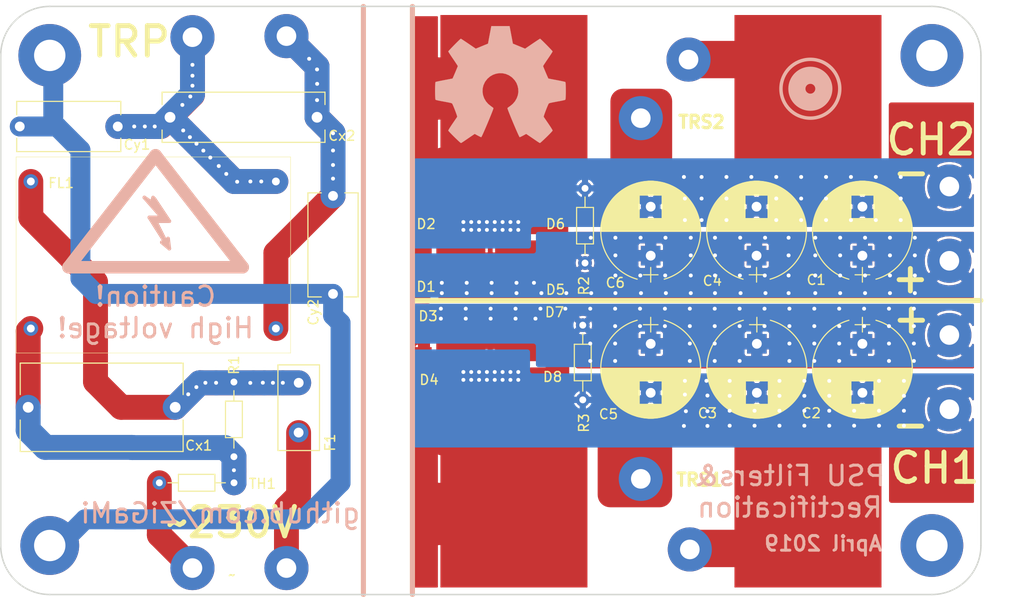
<source format=kicad_pcb>
(kicad_pcb (version 20171130) (host pcbnew "(5.1.2)-1")
  (layers (0 F.Cu signal) (31 B.Cu signal) (34 B.Paste user) (35 F.Paste user) (36 B.SilkS user) (37 F.SilkS user) (38 B.Mask user) (39 F.Mask user) (44 Edge.Cuts user))
  (net 0 "")
  (net 1 Earth)
  (net 2 /CH2+)
  (net 3 /CH2-)
  (net 4 /CH1+)
  (net 5 /CH1-)
  (net 6 "Net-(Cx1-Pad2)")
  (net 7 "Net-(Cx1-Pad1)")
  (net 8 "Net-(Cx2-Pad2)")
  (net 9 "Net-(Cx2-Pad1)")
  (net 10 "Net-(D1-Pad2)")
  (net 11 "Net-(D3-Pad2)")
  (net 12 "Net-(D5-Pad2)")
  (net 13 "Net-(D7-Pad2)")
  (net 14 /L)
  (net 15 "Net-(F2-Pad2)")
  (net 16 "Net-(F3-Pad2)")
  (net 17 /N)
  (module Symbols:Symbol_Highvoltage_Type2_CopperTop_Small (layer B.Cu) (at 75.8 92.8 180)
    (fp_text reference REF** hide)
    (fp_text value Symbol_Highvoltage_Type2_CopperTop_Small)
  )
  (module Wire_Pads:SolderWirePad_single_2mmDrill (layer F.Cu) (at 125.3 118.2)
    (fp_text reference REF** hide)
    (fp_text value SolderWirePad_single_2mmDrill)
    (pad 1 thru_hole circle (at 0 0) (size 4.50088 4.50088) (drill 1.99898) (layers *.Cu *.Mask) (net 13 "Net-(D7-Pad2)"))
  )
  (module Capacitors_THT:CP_Radial_D10.0mm_P5.00mm (layer F.Cu) (at 126.31 95.43 90)
    (fp_text reference C6 (at -2.77 -3.61 180) (layer F.SilkS))
    (fp_text value 100u)
    (pad 2 thru_hole circle (at 5 0 90) (size 2 2) (drill 1) (layers *.Cu *.Mask) (net 3 /CH2-))
    (pad 1 thru_hole rect (at 0 0 90) (size 2 2) (drill 1) (layers *.Cu *.Mask) (net 2 /CH2+))
  )
  (module Wire_Pads:SolderWirePad_single_2mmDrill (layer F.Cu) (at 65 125)
    (fp_text reference REF** hide)
    (fp_text value SolderWirePad_single_2mmDrill)
    (pad 1 thru_hole circle (at 0 0) (size 6 6) (drill 3.2) (layers *.Cu *.Mask) (net 1 Earth))
  )
  (module Resistors_THT:R_Axial_DIN0204_L3.6mm_D1.6mm_P7.62mm_Horizontal (layer F.Cu) (at 83.8 118.6 180)
    (fp_text reference TH1 (at -2.9 -0.1) (layer F.SilkS))
    (fp_text value Thermistor_NTC)
    (pad 1 thru_hole circle (at 0 0 180) (size 1.4 1.4) (drill 0.7) (layers *.Cu *.Mask) (net 6 "Net-(Cx1-Pad2)"))
    (pad 2 thru_hole oval (at 7.62 0 180) (size 1.4 1.4) (drill 0.7) (layers *.Cu *.Mask) (net 17 /N))
  )
  (module Symbols:OSHW-Symbol_13.4x12mm_SilkScreen (layer B.Cu) (at 111 78 180)
    (fp_text reference REF*** hide)
    (fp_text value OSHW-Symbol_13.4x12mm_SilkScreen hide)
  )
  (module LOGICchain:MyLogo (layer B.Cu) (at 142.6 78.4)
    (fp_text reference REF** hide)
    (fp_text value MyLogo hide)
  )
  (module Capacitors_THT:CP_Radial_D10.0mm_P5.00mm (layer F.Cu) (at 147.91 104.42 270)
    (fp_text reference C2 (at 7.08 5.21 180) (layer F.SilkS))
    (fp_text value 100u)
    (pad 1 thru_hole rect (at 0 0 270) (size 2 2) (drill 1) (layers *.Cu *.Mask) (net 4 /CH1+))
    (pad 2 thru_hole circle (at 5 0 270) (size 2 2) (drill 1) (layers *.Cu *.Mask) (net 5 /CH1-))
  )
  (module Wire_Pads:SolderWirePad_single_2mmDrill (layer F.Cu) (at 156.78 95.93 180)
    (fp_text reference REF** hide)
    (fp_text value SolderWirePad_single_2mmDrill)
    (pad 1 thru_hole circle (at 0 -0.021111 180) (size 4.50088 4.50088) (drill 1.99898) (layers *.Cu *.Mask) (net 2 /CH2+))
  )
  (module Wire_Pads:SolderWirePad_single_2mmDrill (layer F.Cu) (at 156.78 88.376667 180)
    (fp_text reference REF** hide)
    (fp_text value SolderWirePad_single_2mmDrill)
    (pad 1 thru_hole circle (at 0 0 180) (size 4.50088 4.50088) (drill 1.99898) (layers *.Cu *.Mask) (net 3 /CH2-))
  )
  (module Wire_Pads:SolderWirePad_single_2mmDrill (layer F.Cu) (at 156.78 111.1)
    (fp_text reference REF** hide)
    (fp_text value SolderWirePad_single_2mmDrill)
    (pad 1 thru_hole circle (at 0 0) (size 4.50088 4.50088) (drill 1.99898) (layers *.Cu *.Mask) (net 5 /CH1-))
  )
  (module Wire_Pads:SolderWirePad_single_2mmDrill (layer F.Cu) (at 156.78 103.546666)
    (fp_text reference REF** hide)
    (fp_text value SolderWirePad_single_2mmDrill)
    (pad 1 thru_hole circle (at 0 -0.021111) (size 4.50088 4.50088) (drill 1.99898) (layers *.Cu *.Mask) (net 4 /CH1+))
  )
  (module Wire_Pads:SolderWirePad_single_2mmDrill (layer F.Cu) (at 130.3 125.4)
    (fp_text reference REF** hide)
    (fp_text value SolderWirePad_single_2mmDrill)
    (pad 1 thru_hole circle (at 0 0) (size 4.50088 4.50088) (drill 1.99898) (layers *.Cu *.Mask) (net 16 "Net-(F3-Pad2)"))
  )
  (module Wire_Pads:SolderWirePad_single_2mmDrill (layer F.Cu) (at 130.17 75.424 180)
    (fp_text reference REF** hide)
    (fp_text value SolderWirePad_single_2mmDrill)
    (pad 1 thru_hole circle (at 0 0 180) (size 4.50088 4.50088) (drill 1.99898) (layers *.Cu *.Mask) (net 15 "Net-(F2-Pad2)"))
  )
  (module Wire_Pads:SolderWirePad_single_2mmDrill (layer F.Cu) (at 125.3 81.4 180)
    (fp_text reference REF** hide)
    (fp_text value SolderWirePad_single_2mmDrill)
    (pad 1 thru_hole circle (at 0 0 180) (size 4.50088 4.50088) (drill 1.99898) (layers *.Cu *.Mask) (net 12 "Net-(D5-Pad2)"))
  )
  (module Wire_Pads:SolderWirePad_single_2mmDrill (layer F.Cu) (at 89.15 73.03)
    (fp_text reference REF** hide)
    (fp_text value SolderWirePad_single_2mmDrill)
    (pad 1 thru_hole circle (at 0 0) (size 4.50088 4.50088) (drill 1.99898) (layers *.Cu *.Mask) (net 8 "Net-(Cx2-Pad2)"))
  )
  (module Wire_Pads:SolderWirePad_single_2mmDrill (layer F.Cu) (at 79.56 73.14)
    (fp_text reference REF** hide)
    (fp_text value SolderWirePad_single_2mmDrill)
    (pad 1 thru_hole circle (at 0 0) (size 4.50088 4.50088) (drill 1.99898) (layers *.Cu *.Mask) (net 9 "Net-(Cx2-Pad1)"))
  )
  (module Wire_Pads:SolderWirePad_single_2mmDrill (layer F.Cu) (at 79.56 127.3)
    (fp_text reference REF** hide)
    (fp_text value SolderWirePad_single_2mmDrill)
    (pad 1 thru_hole circle (at 0 0) (size 4.50088 4.50088) (drill 1.99898) (layers *.Cu *.Mask) (net 17 /N))
  )
  (module Wire_Pads:SolderWirePad_single_2mmDrill (layer F.Cu) (at 89.15 127.3)
    (fp_text reference REF** hide)
    (fp_text value SolderWirePad_single_2mmDrill)
    (pad 1 thru_hole circle (at 0 0) (size 4.50088 4.50088) (drill 1.99898) (layers *.Cu *.Mask) (net 14 /L))
  )
  (module Mounting_Holes:MountingHole_3.2mm_M3_Pad (layer F.Cu) (at 155 75)
    (fp_text reference J4 hide)
    (fp_text value Conn_01x01)
    (pad 1 thru_hole circle (at 0 0) (size 6.4 6.4) (drill 3.200001) (layers *.Cu *.Mask))
  )
  (module Mounting_Holes:MountingHole_3.2mm_M3_Pad (layer F.Cu) (at 155 125)
    (fp_text reference J5 hide)
    (fp_text value Conn_01x01)
    (pad 1 thru_hole circle (at 0 0) (size 6.4 6.4) (drill 3.200001) (layers *.Cu *.Mask))
  )
  (module Mounting_Holes:MountingHole_3.2mm_M3_Pad (layer F.Cu) (at 65 75)
    (fp_text reference J6 hide)
    (fp_text value Conn_01x01)
    (pad 1 thru_hole circle (at 0 0) (size 6.4 6.4) (drill 3.2) (layers *.Cu *.Mask) (net 1 Earth))
  )
  (module Capacitors_THT:CP_Radial_D10.0mm_P5.00mm (layer F.Cu) (at 147.91 95.43 90)
    (fp_text reference C1 (at -2.47 -4.71 180) (layer F.SilkS))
    (fp_text value 100u)
    (pad 1 thru_hole rect (at 0 0 90) (size 2 2) (drill 1) (layers *.Cu *.Mask) (net 2 /CH2+))
    (pad 2 thru_hole circle (at 5 0 90) (size 2 2) (drill 1) (layers *.Cu *.Mask) (net 3 /CH2-))
  )
  (module Capacitors_THT:CP_Radial_D10.0mm_P5.00mm (layer F.Cu) (at 137.14 104.42 270)
    (fp_text reference C3 (at 7.08 5.04 180) (layer F.SilkS))
    (fp_text value 100u)
    (pad 2 thru_hole circle (at 5 0 270) (size 2 2) (drill 1) (layers *.Cu *.Mask) (net 5 /CH1-))
    (pad 1 thru_hole rect (at 0 0 270) (size 2 2) (drill 1) (layers *.Cu *.Mask) (net 4 /CH1+))
  )
  (module Capacitors_THT:CP_Radial_D10.0mm_P5.00mm (layer F.Cu) (at 137.11 95.43 90)
    (fp_text reference C4 (at -2.57 -4.51 180) (layer F.SilkS))
    (fp_text value 100u)
    (pad 2 thru_hole circle (at 5 0 90) (size 2 2) (drill 1) (layers *.Cu *.Mask) (net 3 /CH2-))
    (pad 1 thru_hole rect (at 0 0 90) (size 2 2) (drill 1) (layers *.Cu *.Mask) (net 2 /CH2+))
  )
  (module Capacitors_THT:CP_Radial_D10.0mm_P5.00mm (layer F.Cu) (at 126.31 104.42 270)
    (fp_text reference C5 (at 7.18 4.31 180) (layer F.SilkS))
    (fp_text value 100u)
    (pad 1 thru_hole rect (at 0 0 270) (size 2 2) (drill 1) (layers *.Cu *.Mask) (net 4 /CH1+))
    (pad 2 thru_hole circle (at 5 0 270) (size 2 2) (drill 1) (layers *.Cu *.Mask) (net 5 /CH1-))
  )
  (module Capacitors_THT:C_Rect_L16.5mm_W8.9mm_P15.00mm_MKT (layer F.Cu) (at 77.8 110.9 180)
    (fp_text reference Cx1 (at -2.4 -3.9) (layer F.SilkS))
    (fp_text value 470n)
    (pad 2 thru_hole circle (at 15 0 180) (size 2.2 2.2) (drill 1.1) (layers *.Cu *.Mask) (net 6 "Net-(Cx1-Pad2)"))
    (pad 1 thru_hole circle (at 0 0 180) (size 2.2 2.2) (drill 1.1) (layers *.Cu *.Mask) (net 7 "Net-(Cx1-Pad1)"))
  )
  (module Capacitors_THT:C_Rect_L16.5mm_W5.0mm_P15.00mm_MKT (layer F.Cu) (at 77.27 81.31)
    (fp_text reference Cx2 (at 17.53 1.89) (layer F.SilkS))
    (fp_text value 47n)
    (pad 2 thru_hole circle (at 15 0) (size 2.2 2.2) (drill 1.1) (layers *.Cu *.Mask) (net 8 "Net-(Cx2-Pad2)"))
    (pad 1 thru_hole circle (at 0 0) (size 2.2 2.2) (drill 1.1) (layers *.Cu *.Mask) (net 9 "Net-(Cx2-Pad1)"))
  )
  (module Capacitors_THT:C_Disc_D10.5mm_W5.0mm_P10.00mm (layer F.Cu) (at 71.94 82.25 180)
    (fp_text reference Cy1 (at -1.96 -1.85) (layer F.SilkS))
    (fp_text value 2n2)
    (pad 1 thru_hole circle (at 0 0 180) (size 2 2) (drill 1) (layers *.Cu *.Mask) (net 9 "Net-(Cx2-Pad1)"))
    (pad 2 thru_hole circle (at 10 0 180) (size 2 2) (drill 1) (layers *.Cu *.Mask) (net 1 Earth))
  )
  (module Capacitors_THT:C_Disc_D10.5mm_W5.0mm_P10.00mm (layer F.Cu) (at 93.9 99.33 90)
    (fp_text reference Cy2 (at -1.87 -2 90) (layer F.SilkS))
    (fp_text value 2n2)
    (pad 2 thru_hole circle (at 10 0 90) (size 2 2) (drill 1) (layers *.Cu *.Mask) (net 8 "Net-(Cx2-Pad2)"))
    (pad 1 thru_hole circle (at 0 0 90) (size 2 2) (drill 1) (layers *.Cu *.Mask) (net 1 Earth))
  )
  (module LOGICchain:SOT1289 (layer F.Cu) (at 103.27 96.741 90)
    (fp_text reference D1 (at -1.859 0.13) (layer F.SilkS))
    (fp_text value PMEG060V100)
    (pad 1 smd rect (at 1.065 3.67 90) (size 3.6 5) (layers F.Cu F.Paste F.Mask) (net 2 /CH2+))
    (pad 2 smd rect (at 2.13 0 90) (size 1.4 1.4) (layers F.Cu F.Paste F.Mask) (net 10 "Net-(D1-Pad2)"))
    (pad 2 smd rect (at 0 0 90) (size 1.4 1.4) (layers F.Cu F.Paste F.Mask) (net 10 "Net-(D1-Pad2)"))
  )
  (module LOGICchain:SOT1289 (layer F.Cu) (at 108.74 88.04 270)
    (fp_text reference D2 (at 4.16 5.34) (layer F.SilkS))
    (fp_text value PMEG060V100)
    (pad 1 smd rect (at 1.065 3.67 270) (size 3.6 5) (layers F.Cu F.Paste F.Mask) (net 10 "Net-(D1-Pad2)"))
    (pad 2 smd rect (at 2.13 0 270) (size 1.4 1.4) (layers F.Cu F.Paste F.Mask) (net 3 /CH2-))
    (pad 2 smd rect (at 0 0 270) (size 1.4 1.4) (layers F.Cu F.Paste F.Mask) (net 3 /CH2-))
  )
  (module LOGICchain:SOT1289 (layer F.Cu) (at 103.264 105.459 90)
    (fp_text reference D3 (at 3.859 0.336 180) (layer F.SilkS))
    (fp_text value PMEG060V100)
    (pad 1 smd rect (at 1.065 3.67 90) (size 3.6 5) (layers F.Cu F.Paste F.Mask) (net 4 /CH1+))
    (pad 2 smd rect (at 2.13 0 90) (size 1.4 1.4) (layers F.Cu F.Paste F.Mask) (net 11 "Net-(D3-Pad2)"))
    (pad 2 smd rect (at 0 0 90) (size 1.4 1.4) (layers F.Cu F.Paste F.Mask) (net 11 "Net-(D3-Pad2)"))
  )
  (module LOGICchain:SOT1289 (layer F.Cu) (at 108.734 109.9 270)
    (fp_text reference D4 (at -1.8 5.034 180) (layer F.SilkS))
    (fp_text value PMEG060V100)
    (pad 1 smd rect (at 1.065 3.67 270) (size 3.6 5) (layers F.Cu F.Paste F.Mask) (net 11 "Net-(D3-Pad2)"))
    (pad 2 smd rect (at 2.13 0 270) (size 1.4 1.4) (layers F.Cu F.Paste F.Mask) (net 5 /CH1-))
    (pad 2 smd rect (at 0 0 270) (size 1.4 1.4) (layers F.Cu F.Paste F.Mask) (net 5 /CH1-))
  )
  (module LOGICchain:SOT1289 (layer F.Cu) (at 116.608 94.611 270)
    (fp_text reference D5 (at 4.289 0.008 180) (layer F.SilkS))
    (fp_text value PMEG060V100)
    (pad 2 smd rect (at 0 0 270) (size 1.4 1.4) (layers F.Cu F.Paste F.Mask) (net 12 "Net-(D5-Pad2)"))
    (pad 2 smd rect (at 2.13 0 270) (size 1.4 1.4) (layers F.Cu F.Paste F.Mask) (net 12 "Net-(D5-Pad2)"))
    (pad 1 smd rect (at 1.065 3.67 270) (size 3.6 5) (layers F.Cu F.Paste F.Mask) (net 2 /CH2+))
  )
  (module LOGICchain:SOT1289 (layer F.Cu) (at 111.138 90.17 90)
    (fp_text reference D6 (at -2.03 5.462) (layer F.SilkS))
    (fp_text value PMEG060V100)
    (pad 2 smd rect (at 0 0 90) (size 1.4 1.4) (layers F.Cu F.Paste F.Mask) (net 3 /CH2-))
    (pad 2 smd rect (at 2.13 0 90) (size 1.4 1.4) (layers F.Cu F.Paste F.Mask) (net 3 /CH2-))
    (pad 1 smd rect (at 1.065 3.67 90) (size 3.6 5) (layers F.Cu F.Paste F.Mask) (net 12 "Net-(D5-Pad2)"))
  )
  (module LOGICchain:SOT1289 (layer F.Cu) (at 116.608 103.329 270)
    (fp_text reference D7 (at -2.129 0.108 180) (layer F.SilkS))
    (fp_text value PMEG060V100)
    (pad 2 smd rect (at 0 0 270) (size 1.4 1.4) (layers F.Cu F.Paste F.Mask) (net 13 "Net-(D7-Pad2)"))
    (pad 2 smd rect (at 2.13 0 270) (size 1.4 1.4) (layers F.Cu F.Paste F.Mask) (net 13 "Net-(D7-Pad2)"))
    (pad 1 smd rect (at 1.065 3.67 270) (size 3.6 5) (layers F.Cu F.Paste F.Mask) (net 4 /CH1+))
  )
  (module LOGICchain:SOT1289 (layer F.Cu) (at 111.138 112 90)
    (fp_text reference D8 (at 4.2 5.162 180) (layer F.SilkS))
    (fp_text value PMEG060V100)
    (pad 2 smd rect (at 0 0 90) (size 1.4 1.4) (layers F.Cu F.Paste F.Mask) (net 5 /CH1-))
    (pad 2 smd rect (at 2.13 0 90) (size 1.4 1.4) (layers F.Cu F.Paste F.Mask) (net 5 /CH1-))
    (pad 1 smd rect (at 1.065 3.67 90) (size 3.6 5) (layers F.Cu F.Paste F.Mask) (net 13 "Net-(D7-Pad2)"))
  )
  (module Fuse_Holders_and_Fuses:Fuse_TE5_Littlefuse-395Series (layer F.Cu) (at 90.4 108.4 270)
    (fp_text reference F1 (at 6.1 -3.2 90) (layer F.SilkS))
    (fp_text value 2A/230V)
    (pad 2 thru_hole circle (at 5.08 0.01 270) (size 2 2) (drill 1) (layers *.Cu *.Mask) (net 14 /L))
    (pad 1 thru_hole circle (at 0 0 270) (size 2 2) (drill 1) (layers *.Cu *.Mask) (net 7 "Net-(Cx1-Pad1)"))
  )
  (module LOGICchain:FuseHRC_10x38mm (layer F.Cu) (at 121.666 69.596)
    (fp_text reference F2 hide)
    (fp_text value 6A)
    (pad 1 smd rect (at -9.31 8.78) (size 15 15) (layers F.Cu F.Paste F.Mask) (net 10 "Net-(D1-Pad2)"))
    (pad 2 smd rect (at 20.69 8.78) (size 15 15) (layers F.Cu F.Paste F.Mask) (net 15 "Net-(F2-Pad2)"))
  )
  (module LOGICchain:FuseHRC_10x38mm (layer F.Cu) (at 121.666 113)
    (fp_text reference F3 hide)
    (fp_text value 6A)
    (pad 2 smd rect (at 20.69 8.78) (size 15 15) (layers F.Cu F.Paste F.Mask) (net 16 "Net-(F3-Pad2)"))
    (pad 1 smd rect (at -9.31 8.78) (size 15 15) (layers F.Cu F.Paste F.Mask) (net 11 "Net-(D3-Pad2)"))
  )
  (module LOGICchain:CCM_Compact (layer F.Cu) (at 66.57 86.36)
    (fp_text reference FL1 (at -0.41 1.66) (layer F.SilkS))
    (fp_text value EMI_Filter_CommonMode)
    (pad 1 thru_hole circle (at -3.5 1.5) (size 1.5 1.5) (drill 0.8) (layers *.Cu *.Mask) (net 7 "Net-(Cx1-Pad1)"))
    (pad 3 thru_hole circle (at -3.5 16.5) (size 1.5 1.5) (drill 0.8) (layers *.Cu *.Mask) (net 6 "Net-(Cx1-Pad2)"))
    (pad 4 thru_hole circle (at 21.5 16.5) (size 1.5 1.5) (drill 0.8) (layers *.Cu *.Mask) (net 8 "Net-(Cx2-Pad2)"))
    (pad 2 thru_hole circle (at 21.5 1.5) (size 1.5 1.5) (drill 0.8) (layers *.Cu *.Mask) (net 9 "Net-(Cx2-Pad1)"))
  )
  (module Resistors_THT:R_Axial_DIN0204_L3.6mm_D1.6mm_P7.62mm_Horizontal (layer F.Cu) (at 83.79 108.32 270)
    (fp_text reference R1 (at -1.72 -0.01 90) (layer F.SilkS))
    (fp_text value 1M)
    (pad 2 thru_hole oval (at 7.62 0 270) (size 1.4 1.4) (drill 0.7) (layers *.Cu *.Mask) (net 6 "Net-(Cx1-Pad2)"))
    (pad 1 thru_hole circle (at 0 0 270) (size 1.4 1.4) (drill 0.7) (layers *.Cu *.Mask) (net 7 "Net-(Cx1-Pad1)"))
  )
  (module Resistors_THT:R_Axial_DIN0204_L3.6mm_D1.6mm_P7.62mm_Horizontal (layer F.Cu) (at 119.61 96.18 90)
    (fp_text reference R2 (at -2.32 -0.11 90) (layer F.SilkS))
    (fp_text value 1M)
    (pad 1 thru_hole circle (at 0 0 90) (size 1.4 1.4) (drill 0.7) (layers *.Cu *.Mask) (net 2 /CH2+))
    (pad 2 thru_hole oval (at 7.62 0 90) (size 1.4 1.4) (drill 0.7) (layers *.Cu *.Mask) (net 3 /CH2-))
  )
  (module Resistors_THT:R_Axial_DIN0204_L3.6mm_D1.6mm_P7.62mm_Horizontal (layer F.Cu) (at 119.38 102.52 270)
    (fp_text reference R3 (at 9.98 -0.12 90) (layer F.SilkS))
    (fp_text value 1M)
    (pad 2 thru_hole oval (at 7.62 0 270) (size 1.4 1.4) (drill 0.7) (layers *.Cu *.Mask) (net 5 /CH1-))
    (pad 1 thru_hole circle (at 0 0 270) (size 1.4 1.4) (drill 0.7) (layers *.Cu *.Mask) (net 4 /CH1+))
  )
  (gr_text github.com/ZiGaMi (at 82.4 121.7) (layer B.SilkS) (effects (font (size 2 2) (thickness 0.3)) (justify mirror)))
  (gr_text "Caution!\nHigh voltage!" (at 75.8 101.2) (layer B.SilkS) (effects (font (size 2 2) (thickness 0.3)) (justify mirror)))
  (gr_text "April 2019" (at 143.9 124.8) (layer B.SilkS) (effects (font (size 1.5 1.5) (thickness 0.3)) (justify mirror)))
  (gr_text "PSU Filters&\nRectification" (at 140.5 119.5) (layer B.SilkS) (effects (font (size 2 2) (thickness 0.3)) (justify mirror)))
  (gr_line (start 97 70) (end 97 130) (layer B.SilkS) (width 0.508))
  (gr_line (start 97 70) (end 97 130) (layer F.SilkS) (width 0.508))
  (gr_text TRS1 (at 131.3 118.3) (layer F.SilkS) (effects (font (size 1.27 1.27) (thickness 0.3175))))
  (gr_text TRS2 (at 131.5 81.8) (layer F.SilkS) (effects (font (size 1.27 1.27) (thickness 0.3175))))
  (gr_text TRP (at 73.1 73.6) (layer F.SilkS) (effects (font (size 2.999999 2.999999) (thickness 0.5))))
  (gr_text ~~230V (at 83.61 122.65) (layer F.SilkS) (effects (font (size 3 3) (thickness 0.5))))
  (gr_text ~ (at 83.59 128) (layer F.SilkS) (effects (font (size 1 1))))
  (gr_text CH2 (at 154.9 83.6) (layer F.SilkS) (effects (font (size 3 3) (thickness 0.5))))
  (gr_text + (at 152.8 98.1 180) (layer F.SilkS) (effects (font (size 3 3) (thickness 0.5))))
  (gr_text - (at 152.9 87.3 180) (layer F.SilkS) (effects (font (size 3 3) (thickness 0.5))))
  (gr_text - (at 152.8 112.6) (layer F.SilkS) (effects (font (size 3 3) (thickness 0.5))))
  (gr_text + (at 152.9 101.8) (layer F.SilkS) (effects (font (size 3 3) (thickness 0.5))))
  (gr_text CH1 (at 155.3 117.1) (layer F.SilkS) (effects (font (size 3 3) (thickness 0.5))))
  (gr_line (start 102 100) (end 160 100) (layer F.SilkS) (width 0.508))
  (gr_line (start 102 130) (end 102 70) (layer B.SilkS) (width 0.508))
  (gr_line (start 102 130) (end 102 70) (layer F.SilkS) (width 0.508))
  (gr_line (start 160 125) (end 160 75) (layer Edge.Cuts) (width 0.15))
  (gr_line (start 65 130) (end 155 130) (layer Edge.Cuts) (width 0.15))
  (gr_line (start 60 75) (end 60 125) (layer Edge.Cuts) (width 0.15))
  (gr_line (start 155 70) (end 65 70) (layer Edge.Cuts) (width 0.15))
  (gr_arc (start 155 75) (end 160 75) (angle -90) (layer Edge.Cuts) (width 0.15))
  (gr_arc (start 155 125) (end 155 130) (angle -90) (layer Edge.Cuts) (width 0.15))
  (gr_arc (start 65 125) (end 60 125) (angle -90) (layer Edge.Cuts) (width 0.15))
  (gr_arc (start 65 75) (end 65 70) (angle -90) (layer Edge.Cuts) (width 0.15))
  (segment (start 68.6 122.33) (end 65.33 125.6) (width 2.032) (layer B.Cu) (net 1))
  (segment (start 73.59 122.33) (end 68.6 122.33) (width 2.032) (layer B.Cu) (net 1))
  (segment (start 65.36 76.13) (end 65.36 81.24) (width 2.032) (layer B.Cu) (net 1))
  (segment (start 61.94 82.25) (end 65.73 82.25) (width 2.032) (layer B.Cu) (net 1))
  (segment (start 65.73 82.25) (end 68.13 84.65) (width 2.032) (layer B.Cu) (net 1))
  (segment (start 68.13 84.65) (end 68.13 97.75) (width 2.032) (layer B.Cu) (net 1))
  (segment (start 69.71 99.33) (end 93.9 99.33) (width 2.032) (layer B.Cu) (net 1))
  (segment (start 68.13 97.75) (end 69.71 99.33) (width 2.032) (layer B.Cu) (net 1))
  (segment (start 90.94 122.33) (end 71.74 122.33) (width 2.032) (layer B.Cu) (net 1))
  (segment (start 94.67 118.6) (end 90.94 122.33) (width 2.032) (layer B.Cu) (net 1))
  (segment (start 94.67 102.3) (end 94.67 118.6) (width 2.032) (layer B.Cu) (net 1))
  (segment (start 93.91 101.54) (end 94.67 102.3) (width 2.032) (layer B.Cu) (net 1))
  (segment (start 93.9 99.33) (end 93.91 99.34) (width 2.032) (layer B.Cu) (net 1))
  (segment (start 93.91 99.34) (end 93.91 101.54) (width 2.032) (layer B.Cu) (net 1))
  (via (at 105 99.25) (size 0.8) (drill 0.4) (layers F.Cu B.Cu) (net 2))
  (via (at 107.54 99.25) (size 0.8) (drill 0.4) (layers F.Cu B.Cu) (net 2))
  (via (at 110.08 99.25) (size 0.8) (drill 0.4) (layers F.Cu B.Cu) (net 2))
  (via (at 112.62 99.25) (size 0.8) (drill 0.4) (layers F.Cu B.Cu) (net 2))
  (via (at 115.16 99.25) (size 0.8) (drill 0.4) (layers F.Cu B.Cu) (net 2))
  (via (at 117.7 99.25) (size 0.8) (drill 0.4) (layers F.Cu B.Cu) (net 2))
  (via (at 120.24 99.25) (size 0.8) (drill 0.4) (layers F.Cu B.Cu) (net 2))
  (via (at 122.71 99.25) (size 0.8) (drill 0.4) (layers F.Cu B.Cu) (net 2))
  (via (at 125.32 99.25) (size 0.8) (drill 0.4) (layers F.Cu B.Cu) (net 2))
  (via (at 127.86 99.25) (size 0.8) (drill 0.4) (layers F.Cu B.Cu) (net 2))
  (via (at 130.4 99.25) (size 0.8) (drill 0.4) (layers F.Cu B.Cu) (net 2))
  (via (at 132.87 99.25) (size 0.8) (drill 0.4) (layers F.Cu B.Cu) (net 2))
  (via (at 135.48 99.25) (size 0.8) (drill 0.4) (layers F.Cu B.Cu) (net 2))
  (via (at 138.02 99.25) (size 0.8) (drill 0.4) (layers F.Cu B.Cu) (net 2))
  (via (at 140.38 99.25) (size 0.8) (drill 0.4) (layers F.Cu B.Cu) (net 2))
  (via (at 143.1 99.25) (size 0.8) (drill 0.4) (layers F.Cu B.Cu) (net 2))
  (via (at 145.64 99.25) (size 0.8) (drill 0.4) (layers F.Cu B.Cu) (net 2))
  (via (at 148.18 99.25) (size 0.8) (drill 0.4) (layers F.Cu B.Cu) (net 2))
  (via (at 150.72 99.25) (size 0.8) (drill 0.4) (layers F.Cu B.Cu) (net 2))
  (via (at 153.26 99.25) (size 0.8) (drill 0.4) (layers F.Cu B.Cu) (net 2))
  (via (at 122.71 97.45) (size 0.8) (drill 0.4) (layers F.Cu B.Cu) (net 2))
  (via (at 125.25 97.45) (size 0.8) (drill 0.4) (layers F.Cu B.Cu) (net 2))
  (via (at 127.79 97.45) (size 0.8) (drill 0.4) (layers F.Cu B.Cu) (net 2))
  (via (at 130.4 97.45) (size 0.8) (drill 0.4) (layers F.Cu B.Cu) (net 2))
  (via (at 132.87 97.45) (size 0.8) (drill 0.4) (layers F.Cu B.Cu) (net 2))
  (via (at 135.41 97.45) (size 0.8) (drill 0.4) (layers F.Cu B.Cu) (net 2))
  (via (at 137.95 97.45) (size 0.8) (drill 0.4) (layers F.Cu B.Cu) (net 2))
  (via (at 140.38 97.45) (size 0.8) (drill 0.4) (layers F.Cu B.Cu) (net 2))
  (via (at 143.1 97.45) (size 0.8) (drill 0.4) (layers F.Cu B.Cu) (net 2))
  (via (at 145.64 97.45) (size 0.8) (drill 0.4) (layers F.Cu B.Cu) (net 2))
  (via (at 148.18 97.45) (size 0.8) (drill 0.4) (layers F.Cu B.Cu) (net 2))
  (via (at 150.72 97.45) (size 0.8) (drill 0.4) (layers F.Cu B.Cu) (net 2))
  (via (at 153.26 97.45) (size 0.8) (drill 0.4) (layers F.Cu B.Cu) (net 2))
  (via (at 120.2 93.6) (size 0.8) (drill 0.4) (layers F.Cu B.Cu) (net 2))
  (via (at 122.71 93.6) (size 0.8) (drill 0.4) (layers F.Cu B.Cu) (net 2))
  (via (at 125.28 93.6) (size 0.8) (drill 0.4) (layers F.Cu B.Cu) (net 2))
  (via (at 127.82 93.6) (size 0.8) (drill 0.4) (layers F.Cu B.Cu) (net 2))
  (via (at 130.4 93.6) (size 0.8) (drill 0.4) (layers F.Cu B.Cu) (net 2))
  (via (at 132.87 93.6) (size 0.8) (drill 0.4) (layers F.Cu B.Cu) (net 2))
  (via (at 135.44 93.6) (size 0.8) (drill 0.4) (layers F.Cu B.Cu) (net 2))
  (via (at 137.98 93.6) (size 0.8) (drill 0.4) (layers F.Cu B.Cu) (net 2))
  (via (at 140.38 93.6) (size 0.8) (drill 0.4) (layers F.Cu B.Cu) (net 2))
  (via (at 143.1 93.6) (size 0.8) (drill 0.4) (layers F.Cu B.Cu) (net 2))
  (via (at 145.64 93.6) (size 0.8) (drill 0.4) (layers F.Cu B.Cu) (net 2))
  (via (at 148.18 93.6) (size 0.8) (drill 0.4) (layers F.Cu B.Cu) (net 2))
  (via (at 150.72 93.6) (size 0.8) (drill 0.4) (layers F.Cu B.Cu) (net 2))
  (via (at 153.26 93.6) (size 0.8) (drill 0.4) (layers F.Cu B.Cu) (net 2))
  (via (at 122.71 95.4) (size 0.8) (drill 0.4) (layers F.Cu B.Cu) (net 2))
  (via (at 130.4 95.4) (size 0.8) (drill 0.4) (layers F.Cu B.Cu) (net 2))
  (via (at 132.87 95.4) (size 0.8) (drill 0.4) (layers F.Cu B.Cu) (net 2))
  (via (at 140.38 95.4) (size 0.8) (drill 0.4) (layers F.Cu B.Cu) (net 2))
  (via (at 143.1 95.4) (size 0.8) (drill 0.4) (layers F.Cu B.Cu) (net 2))
  (via (at 145.64 95.4) (size 0.8) (drill 0.4) (layers F.Cu B.Cu) (net 2))
  (via (at 150.72 95.4) (size 0.8) (drill 0.4) (layers F.Cu B.Cu) (net 2))
  (via (at 153.26 95.4) (size 0.8) (drill 0.4) (layers F.Cu B.Cu) (net 2))
  (via (at 105 98.2) (size 0.8) (drill 0.4) (layers F.Cu B.Cu) (net 2))
  (via (at 107.54 98.2) (size 0.8) (drill 0.4) (layers F.Cu B.Cu) (net 2))
  (via (at 110.08 98.2) (size 0.8) (drill 0.4) (layers F.Cu B.Cu) (net 2))
  (via (at 112.62 98.2) (size 0.8) (drill 0.4) (layers F.Cu B.Cu) (net 2))
  (via (at 114.4 98.2) (size 0.8) (drill 0.4) (layers F.Cu B.Cu) (net 2))
  (via (at 107.2 92) (size 0.8) (drill 0.4) (layers F.Cu B.Cu) (net 3))
  (via (at 108 92) (size 0.8) (drill 0.4) (layers F.Cu B.Cu) (net 3))
  (via (at 107.2 92.8) (size 0.8) (drill 0.4) (layers F.Cu B.Cu) (net 3))
  (via (at 108 92.8) (size 0.8) (drill 0.4) (layers F.Cu B.Cu) (net 3))
  (via (at 108.8 92.8) (size 0.8) (drill 0.4) (layers F.Cu B.Cu) (net 3))
  (via (at 109.6 92.8) (size 0.8) (drill 0.4) (layers F.Cu B.Cu) (net 3))
  (via (at 110.4 92.8) (size 0.8) (drill 0.4) (layers F.Cu B.Cu) (net 3))
  (via (at 111.2 92.8) (size 0.8) (drill 0.4) (layers F.Cu B.Cu) (net 3))
  (via (at 112 92.8) (size 0.8) (drill 0.4) (layers F.Cu B.Cu) (net 3))
  (via (at 112.8 92.8) (size 0.8) (drill 0.4) (layers F.Cu B.Cu) (net 3))
  (via (at 112.8 92) (size 0.8) (drill 0.4) (layers F.Cu B.Cu) (net 3))
  (via (at 112 92) (size 0.8) (drill 0.4) (layers F.Cu B.Cu) (net 3))
  (via (at 111.2 92) (size 0.8) (drill 0.4) (layers F.Cu B.Cu) (net 3))
  (via (at 110.4 92) (size 0.8) (drill 0.4) (layers F.Cu B.Cu) (net 3))
  (via (at 109.6 92) (size 0.8) (drill 0.4) (layers F.Cu B.Cu) (net 3))
  (via (at 108.8 92) (size 0.8) (drill 0.4) (layers F.Cu B.Cu) (net 3))
  (via (at 131.5 91.8) (size 0.8) (drill 0.4) (layers F.Cu B.Cu) (net 3))
  (via (at 134.04 91.8) (size 0.8) (drill 0.4) (layers F.Cu B.Cu) (net 3))
  (via (at 139.12 91.8) (size 0.8) (drill 0.4) (layers F.Cu B.Cu) (net 3))
  (via (at 141.66 91.8) (size 0.8) (drill 0.4) (layers F.Cu B.Cu) (net 3))
  (via (at 144.2 91.8) (size 0.8) (drill 0.4) (layers F.Cu B.Cu) (net 3))
  (via (at 146.74 91.8) (size 0.8) (drill 0.4) (layers F.Cu B.Cu) (net 3))
  (via (at 149.28 91.8) (size 0.8) (drill 0.4) (layers F.Cu B.Cu) (net 3))
  (via (at 151.82 91.8) (size 0.8) (drill 0.4) (layers F.Cu B.Cu) (net 3))
  (via (at 131.5 87.4) (size 0.8) (drill 0.4) (layers F.Cu B.Cu) (net 3))
  (via (at 134.04 87.4) (size 0.8) (drill 0.4) (layers F.Cu B.Cu) (net 3))
  (via (at 136.58 87.4) (size 0.8) (drill 0.4) (layers F.Cu B.Cu) (net 3))
  (via (at 139.12 87.4) (size 0.8) (drill 0.4) (layers F.Cu B.Cu) (net 3))
  (via (at 141.66 87.4) (size 0.8) (drill 0.4) (layers F.Cu B.Cu) (net 3))
  (via (at 144.2 87.4) (size 0.8) (drill 0.4) (layers F.Cu B.Cu) (net 3))
  (via (at 146.74 87.4) (size 0.8) (drill 0.4) (layers F.Cu B.Cu) (net 3))
  (via (at 149.28 87.4) (size 0.8) (drill 0.4) (layers F.Cu B.Cu) (net 3))
  (via (at 151.82 87.4) (size 0.8) (drill 0.4) (layers F.Cu B.Cu) (net 3))
  (via (at 131.5 89.6) (size 0.8) (drill 0.4) (layers F.Cu B.Cu) (net 3))
  (via (at 134.04 89.6) (size 0.8) (drill 0.4) (layers F.Cu B.Cu) (net 3))
  (via (at 139.12 89.6) (size 0.8) (drill 0.4) (layers F.Cu B.Cu) (net 3))
  (via (at 141.66 89.6) (size 0.8) (drill 0.4) (layers F.Cu B.Cu) (net 3))
  (via (at 144.2 89.6) (size 0.8) (drill 0.4) (layers F.Cu B.Cu) (net 3))
  (via (at 151.82 89.6) (size 0.8) (drill 0.4) (layers F.Cu B.Cu) (net 3))
  (via (at 129.8 91.8) (size 0.8) (drill 0.4) (layers F.Cu B.Cu) (net 3))
  (via (at 129.8 89.6) (size 0.8) (drill 0.4) (layers F.Cu B.Cu) (net 3))
  (via (at 129.7 87.4) (size 0.8) (drill 0.4) (layers F.Cu B.Cu) (net 3))
  (via (at 104.902 100.838) (size 0.8) (drill 0.4) (layers F.Cu B.Cu) (net 4))
  (via (at 107.442 100.838) (size 0.8) (drill 0.4) (layers F.Cu B.Cu) (net 4))
  (via (at 109.982 100.838) (size 0.8) (drill 0.4) (layers F.Cu B.Cu) (net 4))
  (via (at 112.522 100.838) (size 0.8) (drill 0.4) (layers F.Cu B.Cu) (net 4))
  (via (at 115.062 100.838) (size 0.8) (drill 0.4) (layers F.Cu B.Cu) (net 4))
  (via (at 117.602 100.838) (size 0.8) (drill 0.4) (layers F.Cu B.Cu) (net 4))
  (via (at 120.142 100.838) (size 0.8) (drill 0.4) (layers F.Cu B.Cu) (net 4))
  (via (at 122.682 100.838) (size 0.8) (drill 0.4) (layers F.Cu B.Cu) (net 4))
  (via (at 125.222 100.838) (size 0.8) (drill 0.4) (layers F.Cu B.Cu) (net 4))
  (via (at 127.762 100.838) (size 0.8) (drill 0.4) (layers F.Cu B.Cu) (net 4))
  (via (at 130.302 100.838) (size 0.8) (drill 0.4) (layers F.Cu B.Cu) (net 4))
  (via (at 132.842 100.838) (size 0.8) (drill 0.4) (layers F.Cu B.Cu) (net 4))
  (via (at 135.382 100.838) (size 0.8) (drill 0.4) (layers F.Cu B.Cu) (net 4))
  (via (at 137.922 100.838) (size 0.8) (drill 0.4) (layers F.Cu B.Cu) (net 4))
  (via (at 140.462 100.838) (size 0.8) (drill 0.4) (layers F.Cu B.Cu) (net 4))
  (via (at 143.002 100.838) (size 0.8) (drill 0.4) (layers F.Cu B.Cu) (net 4))
  (via (at 145.542 100.838) (size 0.8) (drill 0.4) (layers F.Cu B.Cu) (net 4))
  (via (at 148.082 100.838) (size 0.8) (drill 0.4) (layers F.Cu B.Cu) (net 4))
  (via (at 150.622 100.838) (size 0.8) (drill 0.4) (layers F.Cu B.Cu) (net 4))
  (via (at 153.162 100.838) (size 0.8) (drill 0.4) (layers F.Cu B.Cu) (net 4))
  (via (at 122.682 102.616) (size 0.8) (drill 0.4) (layers F.Cu B.Cu) (net 4))
  (via (at 125.222 102.616) (size 0.8) (drill 0.4) (layers F.Cu B.Cu) (net 4))
  (via (at 127.762 102.616) (size 0.8) (drill 0.4) (layers F.Cu B.Cu) (net 4))
  (via (at 130.302 102.616) (size 0.8) (drill 0.4) (layers F.Cu B.Cu) (net 4))
  (via (at 132.842 102.616) (size 0.8) (drill 0.4) (layers F.Cu B.Cu) (net 4))
  (via (at 135.382 102.616) (size 0.8) (drill 0.4) (layers F.Cu B.Cu) (net 4))
  (via (at 137.922 102.616) (size 0.8) (drill 0.4) (layers F.Cu B.Cu) (net 4))
  (via (at 140.462 102.616) (size 0.8) (drill 0.4) (layers F.Cu B.Cu) (net 4))
  (via (at 143.002 102.616) (size 0.8) (drill 0.4) (layers F.Cu B.Cu) (net 4))
  (via (at 145.542 102.616) (size 0.8) (drill 0.4) (layers F.Cu B.Cu) (net 4))
  (via (at 148.082 102.616) (size 0.8) (drill 0.4) (layers F.Cu B.Cu) (net 4))
  (via (at 150.622 102.616) (size 0.8) (drill 0.4) (layers F.Cu B.Cu) (net 4))
  (via (at 153.162 102.616) (size 0.8) (drill 0.4) (layers F.Cu B.Cu) (net 4))
  (via (at 120.142 104.394) (size 0.8) (drill 0.4) (layers F.Cu B.Cu) (net 4))
  (via (at 122.682 104.394) (size 0.8) (drill 0.4) (layers F.Cu B.Cu) (net 4))
  (via (at 130.302 104.394) (size 0.8) (drill 0.4) (layers F.Cu B.Cu) (net 4))
  (via (at 132.842 104.394) (size 0.8) (drill 0.4) (layers F.Cu B.Cu) (net 4))
  (via (at 140.462 104.394) (size 0.8) (drill 0.4) (layers F.Cu B.Cu) (net 4))
  (via (at 143.002 104.394) (size 0.8) (drill 0.4) (layers F.Cu B.Cu) (net 4))
  (via (at 145.542 104.394) (size 0.8) (drill 0.4) (layers F.Cu B.Cu) (net 4))
  (via (at 150.622 104.394) (size 0.8) (drill 0.4) (layers F.Cu B.Cu) (net 4))
  (via (at 122.682 106.172) (size 0.8) (drill 0.4) (layers F.Cu B.Cu) (net 4))
  (via (at 120.142 106.172) (size 0.8) (drill 0.4) (layers F.Cu B.Cu) (net 4))
  (via (at 130.302 106.172) (size 0.8) (drill 0.4) (layers F.Cu B.Cu) (net 4))
  (via (at 132.842 106.172) (size 0.8) (drill 0.4) (layers F.Cu B.Cu) (net 4))
  (via (at 135.382 106.172) (size 0.8) (drill 0.4) (layers F.Cu B.Cu) (net 4))
  (via (at 140.462 106.172) (size 0.8) (drill 0.4) (layers F.Cu B.Cu) (net 4))
  (via (at 143.002 106.172) (size 0.8) (drill 0.4) (layers F.Cu B.Cu) (net 4))
  (via (at 145.542 106.172) (size 0.8) (drill 0.4) (layers F.Cu B.Cu) (net 4))
  (via (at 150.622 106.172) (size 0.8) (drill 0.4) (layers F.Cu B.Cu) (net 4))
  (via (at 153.162 106.172) (size 0.8) (drill 0.4) (layers F.Cu B.Cu) (net 4))
  (via (at 153.162 104.394) (size 0.8) (drill 0.4) (layers F.Cu B.Cu) (net 4))
  (via (at 104.902 101.854) (size 0.8) (drill 0.4) (layers F.Cu B.Cu) (net 4))
  (via (at 107.442 101.854) (size 0.8) (drill 0.4) (layers F.Cu B.Cu) (net 4))
  (via (at 109.982 101.854) (size 0.8) (drill 0.4) (layers F.Cu B.Cu) (net 4))
  (via (at 112.522 101.854) (size 0.8) (drill 0.4) (layers F.Cu B.Cu) (net 4))
  (via (at 114.554 101.854) (size 0.8) (drill 0.4) (layers F.Cu B.Cu) (net 4))
  (segment (start 109.015 109.679) (end 108.966 109.728) (width 0.762) (layer F.Cu) (net 5))
  (via (at 108.8 107.3) (size 0.8) (drill 0.4) (layers F.Cu B.Cu) (net 5))
  (via (at 109.6 107.3) (size 0.8) (drill 0.4) (layers F.Cu B.Cu) (net 5))
  (via (at 110.4 107.3) (size 0.8) (drill 0.4) (layers F.Cu B.Cu) (net 5))
  (via (at 111.2 107.3) (size 0.8) (drill 0.4) (layers F.Cu B.Cu) (net 5))
  (via (at 108.8 108.1) (size 0.8) (drill 0.4) (layers F.Cu B.Cu) (net 5))
  (via (at 109.6 108.1) (size 0.8) (drill 0.4) (layers F.Cu B.Cu) (net 5))
  (via (at 110.4 108.1) (size 0.8) (drill 0.4) (layers F.Cu B.Cu) (net 5))
  (via (at 111.2 108.1) (size 0.8) (drill 0.4) (layers F.Cu B.Cu) (net 5))
  (via (at 108 107.3) (size 0.8) (drill 0.4) (layers F.Cu B.Cu) (net 5))
  (via (at 107.2 107.3) (size 0.8) (drill 0.4) (layers F.Cu B.Cu) (net 5))
  (via (at 108 108.1) (size 0.8) (drill 0.4) (layers F.Cu B.Cu) (net 5))
  (via (at 112 107.3) (size 0.8) (drill 0.4) (layers F.Cu B.Cu) (net 5))
  (via (at 112 108.1) (size 0.8) (drill 0.4) (layers F.Cu B.Cu) (net 5))
  (via (at 112.8 108.1) (size 0.8) (drill 0.4) (layers F.Cu B.Cu) (net 5))
  (via (at 112.8 107.3) (size 0.8) (drill 0.4) (layers F.Cu B.Cu) (net 5))
  (via (at 107.2 108.1) (size 0.8) (drill 0.4) (layers F.Cu B.Cu) (net 5))
  (via (at 134.366 112.776) (size 0.8) (drill 0.4) (layers F.Cu B.Cu) (net 5))
  (via (at 136.906 112.776) (size 0.8) (drill 0.4) (layers F.Cu B.Cu) (net 5))
  (via (at 139.446 112.776) (size 0.8) (drill 0.4) (layers F.Cu B.Cu) (net 5))
  (via (at 141.986 112.776) (size 0.8) (drill 0.4) (layers F.Cu B.Cu) (net 5))
  (via (at 144.526 112.776) (size 0.8) (drill 0.4) (layers F.Cu B.Cu) (net 5))
  (via (at 152.146 112.776) (size 0.8) (drill 0.4) (layers F.Cu B.Cu) (net 5))
  (via (at 134.366 111.252) (size 0.8) (drill 0.4) (layers F.Cu B.Cu) (net 5))
  (via (at 136.906 111.252) (size 0.8) (drill 0.4) (layers F.Cu B.Cu) (net 5))
  (via (at 139.446 111.252) (size 0.8) (drill 0.4) (layers F.Cu B.Cu) (net 5))
  (via (at 141.986 111.252) (size 0.8) (drill 0.4) (layers F.Cu B.Cu) (net 5))
  (via (at 144.526 111.252) (size 0.8) (drill 0.4) (layers F.Cu B.Cu) (net 5))
  (via (at 152.146 111.252) (size 0.8) (drill 0.4) (layers F.Cu B.Cu) (net 5))
  (via (at 149.606 112.776) (size 0.8) (drill 0.4) (layers F.Cu B.Cu) (net 5))
  (via (at 149.606 111.252) (size 0.8) (drill 0.4) (layers F.Cu B.Cu) (net 5))
  (via (at 147.066 112.776) (size 0.8) (drill 0.4) (layers F.Cu B.Cu) (net 5))
  (via (at 147.066 111.252) (size 0.8) (drill 0.4) (layers F.Cu B.Cu) (net 5))
  (via (at 134.366 109.728) (size 0.8) (drill 0.4) (layers F.Cu B.Cu) (net 5))
  (via (at 134.366 108.204) (size 0.8) (drill 0.4) (layers F.Cu B.Cu) (net 5))
  (via (at 139.446 109.728) (size 0.8) (drill 0.4) (layers F.Cu B.Cu) (net 5))
  (via (at 139.446 108.204) (size 0.8) (drill 0.4) (layers F.Cu B.Cu) (net 5))
  (via (at 141.986 108.204) (size 0.8) (drill 0.4) (layers F.Cu B.Cu) (net 5))
  (via (at 144.526 108.204) (size 0.8) (drill 0.4) (layers F.Cu B.Cu) (net 5))
  (via (at 144.526 109.728) (size 0.8) (drill 0.4) (layers F.Cu B.Cu) (net 5))
  (via (at 141.986 109.728) (size 0.8) (drill 0.4) (layers F.Cu B.Cu) (net 5))
  (via (at 152.146 109.728) (size 0.8) (drill 0.4) (layers F.Cu B.Cu) (net 5))
  (via (at 152.146 108.204) (size 0.8) (drill 0.4) (layers F.Cu B.Cu) (net 5))
  (via (at 149.606 108.204) (size 0.8) (drill 0.4) (layers F.Cu B.Cu) (net 5))
  (via (at 132.1 112.8) (size 0.8) (drill 0.4) (layers F.Cu B.Cu) (net 5))
  (via (at 129.7 112.8) (size 0.8) (drill 0.4) (layers F.Cu B.Cu) (net 5))
  (via (at 132.1 111.3) (size 0.8) (drill 0.4) (layers F.Cu B.Cu) (net 5))
  (via (at 132.1 109.7) (size 0.8) (drill 0.4) (layers F.Cu B.Cu) (net 5))
  (via (at 132 108.2) (size 0.8) (drill 0.4) (layers F.Cu B.Cu) (net 5))
  (via (at 129.9 111.3) (size 0.8) (drill 0.4) (layers F.Cu B.Cu) (net 5))
  (via (at 129.8 109.6) (size 0.8) (drill 0.4) (layers F.Cu B.Cu) (net 5))
  (via (at 129.8 108.2) (size 0.8) (drill 0.4) (layers F.Cu B.Cu) (net 5))
  (segment (start 83.79 118.59) (end 83.8 118.6) (width 2.54) (layer F.Cu) (net 6))
  (segment (start 83.79 115.94) (end 83.79 117.32) (width 2.54) (layer F.Cu) (net 6))
  (segment (start 62.8 103.13) (end 63.07 102.86) (width 2.54) (layer F.Cu) (net 6))
  (segment (start 62.8 110.9) (end 62.8 103.13) (width 2.54) (layer F.Cu) (net 6))
  (segment (start 83.79 118.59) (end 83.8 118.6) (width 2.54) (layer B.Cu) (net 6))
  (segment (start 83.79 115.94) (end 83.79 118.59) (width 2.54) (layer B.Cu) (net 6))
  (segment (start 82.86 115.01) (end 83.79 115.94) (width 2.54) (layer B.Cu) (net 6))
  (segment (start 73.41 115.01) (end 82.86 115.01) (width 2.54) (layer B.Cu) (net 6))
  (segment (start 73.39 114.99) (end 73.41 115.01) (width 2.54) (layer B.Cu) (net 6))
  (segment (start 64.55 114.99) (end 73.39 114.99) (width 2.54) (layer B.Cu) (net 6))
  (segment (start 62.8 110.9) (end 62.8 113.24) (width 2.54) (layer B.Cu) (net 6))
  (segment (start 62.8 113.24) (end 64.55 114.99) (width 2.54) (layer B.Cu) (net 6))
  (segment (start 83.79 117.32) (end 83.79 118.59) (width 2.54) (layer F.Cu) (net 6))
  (via (at 83.79 117.32) (size 0.8) (drill 0.4) (layers F.Cu B.Cu) (net 6))
  (segment (start 80.3 108.4) (end 77.8 110.9) (width 2.54) (layer F.Cu) (net 7))
  (segment (start 90.4 108.4) (end 80.3 108.4) (width 2.54) (layer F.Cu) (net 7))
  (segment (start 63.07 87.86) (end 63.07 91.53) (width 2.54) (layer F.Cu) (net 7))
  (segment (start 63.07 91.53) (end 69.67 98.13) (width 2.54) (layer F.Cu) (net 7))
  (segment (start 69.67 98.13) (end 69.67 108.29) (width 2.54) (layer F.Cu) (net 7))
  (segment (start 72.28 110.9) (end 77.8 110.9) (width 2.54) (layer F.Cu) (net 7))
  (segment (start 69.67 108.29) (end 72.28 110.9) (width 2.54) (layer F.Cu) (net 7))
  (segment (start 80.3 108.4) (end 79.815 108.885) (width 2.54) (layer B.Cu) (net 7))
  (segment (start 90.4 108.4) (end 88.78 108.4) (width 2.54) (layer B.Cu) (net 7))
  (segment (start 88.78 108.4) (end 87.87 108.4) (width 2.54) (layer B.Cu) (net 7))
  (via (at 88.78 108.4) (size 0.8) (drill 0.4) (layers F.Cu B.Cu) (net 7))
  (segment (start 87.87 108.4) (end 86.89 108.4) (width 2.54) (layer B.Cu) (net 7))
  (via (at 87.77 108.4) (size 0.8) (drill 0.4) (layers F.Cu B.Cu) (net 7))
  (segment (start 86.89 108.4) (end 85.78 108.4) (width 2.54) (layer B.Cu) (net 7))
  (via (at 86.74 108.39) (size 0.8) (drill 0.4) (layers F.Cu B.Cu) (net 7))
  (segment (start 85.78 108.4) (end 81.97 108.4) (width 2.54) (layer B.Cu) (net 7))
  (via (at 85.46 108.41) (size 0.8) (drill 0.4) (layers F.Cu B.Cu) (net 7))
  (segment (start 81.97 108.4) (end 80.53 108.4) (width 2.54) (layer B.Cu) (net 7))
  (via (at 81.97 108.4) (size 0.8) (drill 0.4) (layers F.Cu B.Cu) (net 7))
  (segment (start 80.53 108.4) (end 80.3 108.4) (width 2.54) (layer B.Cu) (net 7))
  (via (at 80.88 108.4) (size 0.8) (drill 0.4) (layers F.Cu B.Cu) (net 7))
  (segment (start 79.815 108.885) (end 79.13 109.57) (width 2.54) (layer B.Cu) (net 7))
  (via (at 79.96 108.84) (size 0.8) (drill 0.4) (layers F.Cu B.Cu) (net 7))
  (segment (start 79.13 109.57) (end 77.8 110.9) (width 2.54) (layer B.Cu) (net 7))
  (via (at 79.13 109.57) (size 0.8) (drill 0.4) (layers F.Cu B.Cu) (net 7))
  (segment (start 88.07 95.16) (end 93.9 89.33) (width 2.54) (layer F.Cu) (net 8))
  (segment (start 88.07 102.86) (end 88.07 95.16) (width 2.54) (layer F.Cu) (net 8))
  (segment (start 92.27 76.15) (end 89.15 73.03) (width 2.54) (layer F.Cu) (net 8))
  (segment (start 92.27 81.31) (end 92.27 76.15) (width 2.54) (layer F.Cu) (net 8))
  (segment (start 93.9 82.94) (end 92.27 81.31) (width 2.54) (layer F.Cu) (net 8))
  (segment (start 93.9 89.33) (end 93.9 82.94) (width 2.54) (layer F.Cu) (net 8))
  (segment (start 93.9 82.94) (end 93.9 82.94) (width 2.54) (layer B.Cu) (net 8))
  (segment (start 93.9 89.33) (end 93.9 87.57) (width 2.54) (layer B.Cu) (net 8))
  (segment (start 92.27 76.15) (end 91.465 75.345) (width 2.54) (layer B.Cu) (net 8))
  (segment (start 92.27 81.31) (end 92.27 79.56) (width 2.54) (layer B.Cu) (net 8))
  (segment (start 93.9 87.57) (end 93.9 86.18) (width 2.54) (layer B.Cu) (net 8))
  (via (at 93.9 87.57) (size 0.8) (drill 0.4) (layers F.Cu B.Cu) (net 8))
  (segment (start 93.9 86.18) (end 93.9 84.7) (width 2.54) (layer B.Cu) (net 8))
  (via (at 93.9 86.18) (size 0.8) (drill 0.4) (layers F.Cu B.Cu) (net 8))
  (segment (start 93.9 84.7) (end 93.9 82.94) (width 2.54) (layer B.Cu) (net 8))
  (via (at 93.9 84.7) (size 0.8) (drill 0.4) (layers F.Cu B.Cu) (net 8))
  (segment (start 92.27 79.56) (end 92.27 77.99) (width 2.54) (layer B.Cu) (net 8))
  (via (at 92.27 79.56) (size 0.8) (drill 0.4) (layers F.Cu B.Cu) (net 8))
  (segment (start 92.27 77.99) (end 92.27 76.43) (width 2.54) (layer B.Cu) (net 8))
  (via (at 92.28 77.9) (size 0.8) (drill 0.4) (layers F.Cu B.Cu) (net 8))
  (segment (start 92.27 76.43) (end 92.27 76.15) (width 2.54) (layer B.Cu) (net 8))
  (via (at 92.27 76.43) (size 0.8) (drill 0.4) (layers F.Cu B.Cu) (net 8))
  (segment (start 91.465 75.345) (end 89.15 73.03) (width 2.54) (layer B.Cu) (net 8))
  (via (at 91.465 75.345) (size 0.8) (drill 0.4) (layers F.Cu B.Cu) (net 8))
  (segment (start 93.9 82.94) (end 92.27 81.31) (width 2.54) (layer B.Cu) (net 8))
  (via (at 93.9 82.94) (size 0.8) (drill 0.4) (layers F.Cu B.Cu) (net 8))
  (segment (start 76.33 82.25) (end 77.27 81.31) (width 2.54) (layer F.Cu) (net 9))
  (segment (start 71.94 82.25) (end 76.33 82.25) (width 2.54) (layer F.Cu) (net 9))
  (segment (start 79.56 79.02) (end 78.53 80.05) (width 2.54) (layer F.Cu) (net 9))
  (segment (start 79.56 73.14) (end 79.56 79.02) (width 2.54) (layer F.Cu) (net 9))
  (segment (start 83.82 87.86) (end 77.27 81.31) (width 2.54) (layer F.Cu) (net 9))
  (segment (start 88.07 87.86) (end 83.82 87.86) (width 2.54) (layer F.Cu) (net 9))
  (segment (start 71.94 82.25) (end 73.62 82.25) (width 2.54) (layer B.Cu) (net 9))
  (segment (start 79.56 78.97) (end 79.56 78.09) (width 2.54) (layer B.Cu) (net 9))
  (segment (start 76.28 82.25) (end 79.34 79.19) (width 2.54) (layer B.Cu) (net 9))
  (segment (start 83.82 87.86) (end 82.89 86.93) (width 2.54) (layer B.Cu) (net 9))
  (segment (start 88.07 87.86) (end 86.58 87.86) (width 2.54) (layer B.Cu) (net 9))
  (segment (start 86.58 87.86) (end 85.47 87.86) (width 2.54) (layer B.Cu) (net 9))
  (via (at 86.58 87.86) (size 0.8) (drill 0.4) (layers F.Cu B.Cu) (net 9))
  (segment (start 85.47 87.86) (end 83.99 87.86) (width 2.54) (layer B.Cu) (net 9))
  (via (at 85.47 87.86) (size 0.8) (drill 0.4) (layers F.Cu B.Cu) (net 9))
  (segment (start 83.99 87.86) (end 83.82 87.86) (width 2.54) (layer B.Cu) (net 9))
  (via (at 84.12 87.89) (size 0.8) (drill 0.4) (layers F.Cu B.Cu) (net 9))
  (segment (start 82.89 86.93) (end 82.245 86.285) (width 2.54) (layer B.Cu) (net 9))
  (via (at 83.01 87.09) (size 0.8) (drill 0.4) (layers F.Cu B.Cu) (net 9))
  (segment (start 82.245 86.285) (end 81.38 85.42) (width 2.54) (layer B.Cu) (net 9))
  (via (at 82.245 86.285) (size 0.8) (drill 0.4) (layers F.Cu B.Cu) (net 9))
  (segment (start 81.38 85.42) (end 80.67 84.71) (width 2.54) (layer B.Cu) (net 9))
  (via (at 81.38 85.42) (size 0.8) (drill 0.4) (layers F.Cu B.Cu) (net 9))
  (segment (start 80.67 84.71) (end 79.97 84.01) (width 2.54) (layer B.Cu) (net 9))
  (via (at 80.67 84.71) (size 0.8) (drill 0.4) (layers F.Cu B.Cu) (net 9))
  (segment (start 79.97 84.01) (end 79.3 83.34) (width 2.54) (layer B.Cu) (net 9))
  (via (at 79.97 84.01) (size 0.8) (drill 0.4) (layers F.Cu B.Cu) (net 9))
  (segment (start 79.3 83.34) (end 78.615 82.655) (width 2.54) (layer B.Cu) (net 9))
  (via (at 79.3 83.34) (size 0.8) (drill 0.4) (layers F.Cu B.Cu) (net 9))
  (segment (start 78.615 82.655) (end 77.27 81.31) (width 2.54) (layer B.Cu) (net 9))
  (via (at 78.615 82.655) (size 0.8) (drill 0.4) (layers F.Cu B.Cu) (net 9))
  (segment (start 73.62 82.25) (end 74.7 82.25) (width 2.54) (layer B.Cu) (net 9))
  (via (at 73.62 82.25) (size 0.8) (drill 0.4) (layers F.Cu B.Cu) (net 9))
  (segment (start 74.7 82.25) (end 75.71 82.25) (width 2.54) (layer B.Cu) (net 9))
  (via (at 74.7 82.25) (size 0.8) (drill 0.4) (layers F.Cu B.Cu) (net 9))
  (segment (start 75.71 82.25) (end 76.28 82.25) (width 2.54) (layer B.Cu) (net 9))
  (via (at 75.71 82.25) (size 0.8) (drill 0.4) (layers F.Cu B.Cu) (net 9))
  (segment (start 78.53 80.05) (end 77.27 81.31) (width 2.54) (layer F.Cu) (net 9))
  (via (at 78.53 80.05) (size 0.8) (drill 0.4) (layers F.Cu B.Cu) (net 9))
  (segment (start 79.34 79.19) (end 79.56 78.97) (width 2.54) (layer B.Cu) (net 9))
  (via (at 79.34 79.19) (size 0.8) (drill 0.4) (layers F.Cu B.Cu) (net 9))
  (segment (start 79.56 78.09) (end 79.56 77.07) (width 2.54) (layer B.Cu) (net 9))
  (via (at 79.56 78.09) (size 0.8) (drill 0.4) (layers F.Cu B.Cu) (net 9))
  (segment (start 79.56 77.07) (end 79.56 75.96) (width 2.54) (layer B.Cu) (net 9))
  (via (at 79.56 77.07) (size 0.8) (drill 0.4) (layers F.Cu B.Cu) (net 9))
  (segment (start 79.56 75.96) (end 79.56 73.14) (width 2.54) (layer B.Cu) (net 9))
  (via (at 79.56 75.96) (size 0.8) (drill 0.4) (layers F.Cu B.Cu) (net 9))
  (segment (start 115.268 75.464) (end 112.356 78.376) (width 1.27) (layer F.Cu) (net 10))
  (segment (start 105.07 85.662) (end 112.356 78.376) (width 0.25) (layer F.Cu) (net 10))
  (segment (start 105.07 89.105) (end 105.07 85.662) (width 2.54) (layer F.Cu) (net 10))
  (segment (start 115.09 119) (end 112.31 121.78) (width 1.27) (layer F.Cu) (net 11))
  (segment (start 105.064 114.534) (end 112.31 121.78) (width 1.27) (layer F.Cu) (net 11))
  (segment (start 105.064 110.965) (end 105.064 114.534) (width 2.54) (layer F.Cu) (net 11))
  (segment (start 89.15 127.3) (end 89.15 121.15) (width 2.54) (layer F.Cu) (net 14))
  (segment (start 90.39 119.91) (end 90.39 113.48) (width 2.54) (layer F.Cu) (net 14))
  (segment (start 89.15 121.15) (end 90.39 119.91) (width 2.54) (layer F.Cu) (net 14))
  (segment (start 139.008 81.724) (end 142.356 78.376) (width 1.27) (layer F.Cu) (net 15))
  (segment (start 130.17 75.424) (end 138.908 75.424) (width 3.81) (layer F.Cu) (net 15))
  (segment (start 139.09 125) (end 142.31 121.78) (width 1.27) (layer F.Cu) (net 16))
  (segment (start 138.836 125.3) (end 142.356 121.78) (width 2.54) (layer F.Cu) (net 16))
  (segment (start 130.4 125.3) (end 138.836 125.3) (width 3.81) (layer F.Cu) (net 16))
  (segment (start 130.3 125.4) (end 130.4 125.3) (width 3.81) (layer F.Cu) (net 16))
  (segment (start 76.18 123.92) (end 79.56 127.3) (width 2.54) (layer F.Cu) (net 17))
  (segment (start 76.18 118.6) (end 76.18 123.92) (width 2.54) (layer F.Cu) (net 17))
  (zone (net 5) (net_name /CH1-) (layer F.Cu) (priority 1) (connect_pads (clearance 0.635)) (min_thickness 0.2032) (fill yes (arc_segments 32) (thermal_gap 0.254) (thermal_bridge_width 1.016) (smoothing fillet) (radius 0.254))
    (polygon (pts (xy 106.6 113.2) (xy 113.4 113.2) (xy 113.4 106.8) (xy 106.6 106.8)))
  )
  (zone (net 13) (net_name "Net-(D7-Pad2)") (layer F.Cu) (priority 1) (connect_pads (clearance 0.635)) (min_thickness 0.254) (fill yes (arc_segments 32) (thermal_gap 0.254) (thermal_bridge_width 1.905) (smoothing fillet) (radius 0.254))
    (polygon (pts (xy 115.7 102.6) (xy 115.7 106.8) (xy 113.9 106.8) (xy 113.9 113.5) (xy 118 113.5) (xy 118 102.6)))
  )
  (zone (net 11) (net_name "Net-(D3-Pad2)") (layer F.Cu) (priority 1) (connect_pads (clearance 0.635)) (min_thickness 0.1524) (fill yes (arc_segments 32) (thermal_gap 0.254) (thermal_bridge_width 1.905) (smoothing fillet) (radius 0.254))
    (polygon (pts (xy 103.886 100.3) (xy 103.886 106.934) (xy 105.8 106.934) (xy 105.8 129.794) (xy 102.108 129.809) (xy 102.108 100.315)))
  )
  (zone (net 5) (net_name /CH1-) (layer B.Cu) (priority 1) (connect_pads (clearance 0.635)) (min_thickness 0.2032) (fill yes (arc_segments 32) (thermal_gap 0.254) (thermal_bridge_width 1.143) (smoothing fillet) (radius 0.254))
    (polygon (pts (xy 102.108 105) (xy 114 105) (xy 114 107.442) (xy 162 107.442) (xy 162 115) (xy 102.108 115)))
  )
  (zone (net 5) (net_name /CH1-) (layer F.Cu) (priority 1) (connect_pads (clearance 0.635)) (min_thickness 0.2032) (fill yes (arc_segments 32) (thermal_gap 0.254) (thermal_bridge_width 1.143) (smoothing fillet) (radius 0.254))
    (polygon (pts (xy 150.622 120.65) (xy 162.464 120.65) (xy 162.5 107.5) (xy 129.1 107.5) (xy 129.1 113.5) (xy 150.622 113.5)))
  )
  (zone (net 4) (net_name /CH1+) (layer F.Cu) (priority 1) (connect_pads (clearance 0.635)) (min_thickness 0.2032) (fill yes (arc_segments 32) (thermal_gap 0.254) (thermal_bridge_width 1.143) (smoothing fillet) (radius 0.254))
    (polygon (pts (xy 104.394 106.172) (xy 104.394 100.33) (xy 162.814 100.33) (xy 162.814 106.934) (xy 118.618 106.934) (xy 118.618 102.108) (xy 115.57 102.108) (xy 115.57 106.172)))
  )
  (zone (net 4) (net_name /CH1+) (layer B.Cu) (priority 1) (connect_pads (clearance 0.635)) (min_thickness 0.2032) (fill yes (arc_segments 32) (thermal_gap 0.254) (thermal_bridge_width 1.143) (smoothing fillet) (radius 0.254))
    (polygon (pts (xy 162.814 106.8) (xy 114.6 106.8) (xy 114.6 104.4) (xy 102.1 104.4) (xy 102.1 100.3) (xy 162.814 100.33)))
  )
  (zone (net 3) (net_name /CH2-) (layer F.Cu) (priority 2) (connect_pads (clearance 0.635)) (min_thickness 0.1524) (fill yes (arc_segments 32) (thermal_gap 0.254) (thermal_bridge_width 1.905) (smoothing fillet) (radius 0.254))
    (polygon (pts (xy 108 87) (xy 111.75 87) (xy 111.75 91.5) (xy 113.25 91.5) (xy 113.25 93.25) (xy 106.75 93.25) (xy 106.75 91.25) (xy 108 91.25)))
  )
  (zone (net 10) (net_name "Net-(D1-Pad2)") (layer F.Cu) (priority 1) (connect_pads (clearance 0.635)) (min_thickness 0.1524) (fill yes (arc_segments 32) (thermal_gap 0.254) (thermal_bridge_width 1.905) (smoothing fillet) (radius 0.254))
    (polygon (pts (xy 104 99.75) (xy 102 99.75) (xy 102 71) (xy 119.75 71) (xy 119.75 85.75) (xy 106 85.75) (xy 106 93.2) (xy 104 93.2)))
  )
  (zone (net 12) (net_name "Net-(D5-Pad2)") (layer F.Cu) (priority 2) (connect_pads (clearance 0.635)) (min_thickness 0.1524) (fill yes (arc_segments 32) (thermal_gap 0.254) (thermal_bridge_width 1.905) (smoothing fillet) (radius 0.254))
    (polygon (pts (xy 115.9 97.5) (xy 115.9 93.3) (xy 113.8 93.3) (xy 113.8 86.8) (xy 117.9 86.8) (xy 117.9 97.5)))
  )
  (zone (net 2) (net_name /CH2+) (layer F.Cu) (priority 2) (connect_pads (clearance 0.635)) (min_thickness 0.1524) (fill yes (arc_segments 32) (thermal_gap 0.254) (thermal_bridge_width 1.143) (smoothing fillet) (radius 0.254))
    (polygon (pts (xy 162.75 99.75) (xy 104.5 99.75) (xy 104.5 93.75) (xy 115.5 93.75) (xy 115.25 98) (xy 118.3 98) (xy 118.3 93) (xy 162.75 93)))
  )
  (zone (net 3) (net_name /CH2-) (layer F.Cu) (priority 2) (connect_pads (clearance 0.635)) (min_thickness 0.1524) (fill yes (arc_segments 32) (thermal_gap 0.254) (thermal_bridge_width 1.143) (smoothing fillet) (radius 0.254))
    (polygon (pts (xy 129.2 92.4) (xy 129.2 86.8) (xy 150.6 86.8) (xy 150.6 79.8) (xy 164.4 79.8) (xy 164.4 92.4)))
  )
  (zone (net 2) (net_name /CH2+) (layer B.Cu) (priority 2) (connect_pads (clearance 0.635)) (min_thickness 0.1524) (fill yes (arc_segments 32) (thermal_gap 0.254) (thermal_bridge_width 1.143) (smoothing fillet) (radius 0.254))
    (polygon (pts (xy 102.1 99.7) (xy 162.6 99.7) (xy 162.6 93) (xy 114.6 93) (xy 114.6 95.2) (xy 102.1 95.2)))
  )
  (zone (net 3) (net_name /CH2-) (layer B.Cu) (priority 2) (connect_pads (clearance 0.635)) (min_thickness 0.1524) (fill yes (arc_segments 32) (thermal_gap 0.254) (thermal_bridge_width 1.143) (smoothing fillet) (radius 0.254))
    (polygon (pts (xy 162.5 92.5) (xy 114.1 92.5) (xy 114.1 94.7) (xy 102.1 94.7) (xy 102.1 85.5) (xy 162.5 85.5)))
  )
  (zone (net 12) (net_name "Net-(D5-Pad2)") (layer F.Cu) (connect_pads yes (clearance 0.508)) (min_thickness 0.1524) (fill yes (arc_segments 32) (thermal_gap 0.635) (thermal_bridge_width 1.143) (smoothing fillet) (radius 1.27))
    (polygon (pts (xy 122.2 78.4) (xy 122.2 86.8) (xy 113.8 86.8) (xy 113.85 92.3) (xy 128.5 92.3) (xy 128.5 78.4)))
  )
  (zone (net 13) (net_name "Net-(D7-Pad2)") (layer F.Cu) (connect_pads yes (clearance 0.508)) (min_thickness 0.1524) (fill yes (arc_segments 32) (thermal_gap 0.635) (thermal_bridge_width 1.143) (smoothing fillet) (radius 1.27))
    (polygon (pts (xy 128.5 121.1) (xy 128.5 107.6) (xy 115.7 107.6) (xy 115.7 113.5) (xy 120.9 113.5) (xy 120.9 121.1)))
  )
)
</source>
